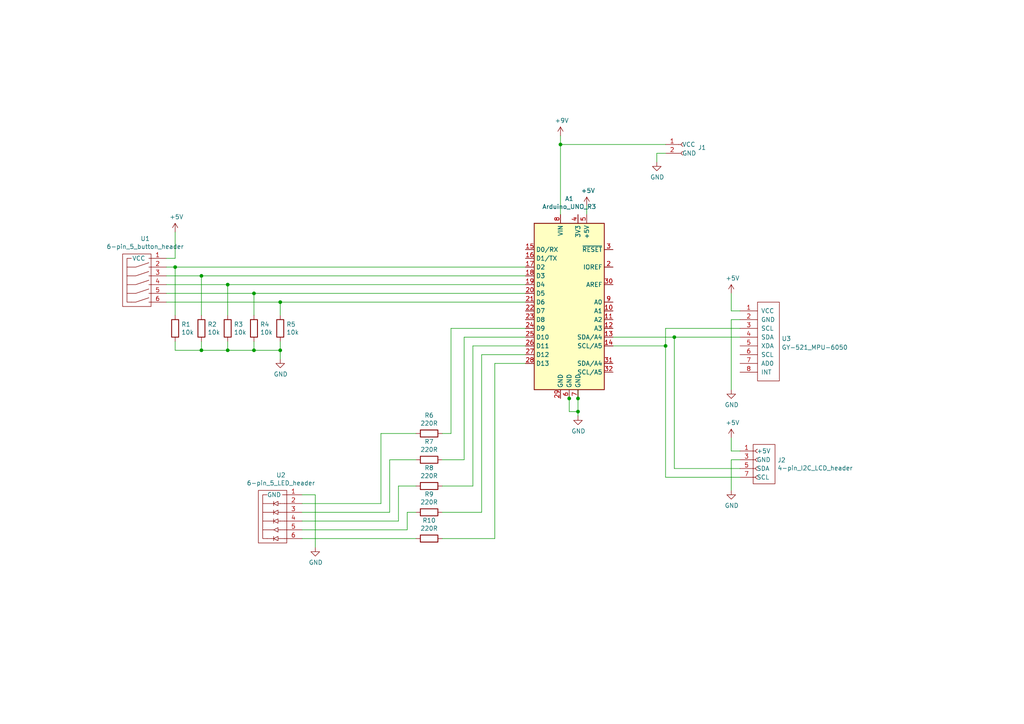
<source format=kicad_sch>
(kicad_sch (version 20230121) (generator eeschema)
  (paper "A4")
  (lib_symbols
    (symbol "Device:R" (pin_numbers hide) (pin_names (offset 0))
      (property "Reference" "R" (at 2.032 0 90))
      (property "Value" "R" (at 0 0 90))
      (symbol "R_0_1"
        (rectangle (start -1.016 -2.54) (end 1.016 2.54) (stroke (width 0.254)))
      )
      (symbol "R_1_1"
        (pin passive line (at 0 3.81 270) (length 1.27) (name "~") (number "1"))
        (pin passive line (at 0 -3.81 90) (length 1.27) (name "~") (number "2"))
      )
    )
    (symbol "MCU_Module:Arduino_UNO_R3"
      (property "Reference" "A" (at -10.16 23.495 0))
      (property "Value" "Arduino_UNO_R3" (at 5.08 -26.67 0))
      (symbol "Arduino_UNO_R3_0_1"
        (rectangle (start -10.16 22.86) (end 10.16 -25.4) (stroke (width 0.254)) (fill (type background)))
      )
      (symbol "Arduino_UNO_R3_1_1"
        (pin no_connect line (at -10.16 -20.32 0) (length 2.54) hide (name "NC") (number "1"))
        (pin bidirectional line (at 12.7 -2.54 180) (length 2.54) (name "A1") (number "10"))
        (pin bidirectional line (at 12.7 -5.08 180) (length 2.54) (name "A2") (number "11"))
        (pin bidirectional line (at 12.7 -7.62 180) (length 2.54) (name "A3") (number "12"))
        (pin bidirectional line (at 12.7 -10.16 180) (length 2.54) (name "SDA/A4") (number "13"))
        (pin bidirectional line (at 12.7 -12.7 180) (length 2.54) (name "SCL/A5") (number "14"))
        (pin bidirectional line (at -12.7 15.24 0) (length 2.54) (name "D0/RX") (number "15"))
        (pin bidirectional line (at -12.7 12.7 0) (length 2.54) (name "D1/TX") (number "16"))
        (pin bidirectional line (at -12.7 10.16 0) (length 2.54) (name "D2") (number "17"))
        (pin bidirectional line (at -12.7 7.62 0) (length 2.54) (name "D3") (number "18"))
        (pin bidirectional line (at -12.7 5.08 0) (length 2.54) (name "D4") (number "19"))
        (pin output line (at 12.7 10.16 180) (length 2.54) (name "IOREF") (number "2"))
        (pin bidirectional line (at -12.7 2.54 0) (length 2.54) (name "D5") (number "20"))
        (pin bidirectional line (at -12.7 0 0) (length 2.54) (name "D6") (number "21"))
        (pin bidirectional line (at -12.7 -2.54 0) (length 2.54) (name "D7") (number "22"))
        (pin bidirectional line (at -12.7 -5.08 0) (length 2.54) (name "D8") (number "23"))
        (pin bidirectional line (at -12.7 -7.62 0) (length 2.54) (name "D9") (number "24"))
        (pin bidirectional line (at -12.7 -10.16 0) (length 2.54) (name "D10") (number "25"))
        (pin bidirectional line (at -12.7 -12.7 0) (length 2.54) (name "D11") (number "26"))
        (pin bidirectional line (at -12.7 -15.24 0) (length 2.54) (name "D12") (number "27"))
        (pin bidirectional line (at -12.7 -17.78 0) (length 2.54) (name "D13") (number "28"))
        (pin power_in line (at -2.54 -27.94 90) (length 2.54) (name "GND") (number "29"))
        (pin input line (at 12.7 15.24 180) (length 2.54) (name "~{RESET}") (number "3"))
        (pin input line (at 12.7 5.08 180) (length 2.54) (name "AREF") (number "30"))
        (pin bidirectional line (at 12.7 -17.78 180) (length 2.54) (name "SDA/A4") (number "31"))
        (pin bidirectional line (at 12.7 -20.32 180) (length 2.54) (name "SCL/A5") (number "32"))
        (pin power_out line (at 2.54 25.4 270) (length 2.54) (name "3V3") (number "4"))
        (pin power_out line (at 5.08 25.4 270) (length 2.54) (name "+5V") (number "5"))
        (pin power_in line (at 0 -27.94 90) (length 2.54) (name "GND") (number "6"))
        (pin power_in line (at 2.54 -27.94 90) (length 2.54) (name "GND") (number "7"))
        (pin power_in line (at -2.54 25.4 270) (length 2.54) (name "VIN") (number "8"))
        (pin bidirectional line (at 12.7 0 180) (length 2.54) (name "A0") (number "9"))
      )
    )
    (symbol "My_Headers:2-pin_power_input_header" (pin_names (offset 1.016))
      (property "Reference" "J" (at 0 2.54 0))
      (symbol "2-pin_power_input_header_1_1"
        (arc (start 0 -2.032) (mid -0.5058 -2.54) (end 0 -3.048) (stroke (width 0.1524)))
        (polyline (pts (xy -1.27 -2.54) (xy -0.508 -2.54)) (stroke (width 0.1524)))
        (polyline (pts (xy -1.27 0) (xy -0.508 0)) (stroke (width 0.1524)))
        (arc (start 0 0.508) (mid -0.5058 0) (end 0 -0.508) (stroke (width 0.1524)))
        (pin power_out line (at -5.08 0 0) (length 3.81) (name "VCC") (number "1"))
        (pin power_out line (at -5.08 -2.54 0) (length 3.81) (name "GND") (number "2"))
      )
    )
    (symbol "My_Headers:4-pin_I2C_LCD_header" (pin_names (offset 1.016))
      (property "Reference" "J" (at 0 5.715 0))
      (property "Value" "4-pin_I2C_LCD_header" (at 0 -8.255 0))
      (symbol "4-pin_I2C_LCD_header_0_1"
        (rectangle (start -1.27 4.445) (end 5.08 -6.985))
      )
      (symbol "4-pin_I2C_LCD_header_1_1"
        (arc (start 0 -4.572) (mid -0.5058 -5.08) (end 0 -5.588) (stroke (width 0.1524)))
        (arc (start 0 -2.032) (mid -0.5058 -2.54) (end 0 -3.048) (stroke (width 0.1524)))
        (polyline (pts (xy -1.27 -5.08) (xy -0.508 -5.08)) (stroke (width 0.1524)))
        (polyline (pts (xy -1.27 -2.54) (xy -0.508 -2.54)) (stroke (width 0.1524)))
        (polyline (pts (xy -1.27 0) (xy -0.508 0)) (stroke (width 0.1524)))
        (polyline (pts (xy -1.27 2.54) (xy -0.508 2.54)) (stroke (width 0.1524)))
        (arc (start 0 0.508) (mid -0.5058 0) (end 0 -0.508) (stroke (width 0.1524)))
        (arc (start 0 3.048) (mid -0.5058 2.54) (end 0 2.032) (stroke (width 0.1524)))
        (pin power_in line (at -5.08 2.54 0) (length 3.81) (name "+5V") (number "1"))
        (pin power_in line (at -5.08 0 0) (length 3.81) (name "GND") (number "3"))
        (pin passive line (at -5.08 -2.54 0) (length 3.81) (name "SDA") (number "5"))
        (pin passive line (at -5.08 -5.08 0) (length 3.81) (name "SCL") (number "7"))
      )
    )
    (symbol "My_Headers:6-pin_5_LED_header" (pin_names (offset 1.016))
      (property "Reference" "U" (at 5.715 2.54 0))
      (property "Value" "6-pin_5_LED_header" (at 4.445 -15.875 0))
      (symbol "6-pin_5_LED_header_0_1"
        (polyline (pts (xy 5.08 0) (xy 5.715 0)))
        (polyline (pts (xy 6.35 -10.16) (xy 5.08 -10.16)))
        (polyline (pts (xy 6.35 -10.16) (xy 6.35 -10.16)))
        (polyline (pts (xy 6.35 -7.62) (xy 5.08 -7.62)))
        (polyline (pts (xy 6.35 -5.08) (xy 5.08 -5.08)))
        (polyline (pts (xy 6.35 -5.08) (xy 6.985 -5.08)))
        (polyline (pts (xy 6.35 -2.54) (xy 5.08 -2.54)))
        (polyline (pts (xy 6.985 -10.16) (xy 6.35 -10.16)))
        (polyline (pts (xy 6.985 -7.62) (xy 6.35 -7.62)))
        (polyline (pts (xy 6.985 -2.54) (xy 6.35 -2.54)))
        (polyline (pts (xy 8.255 -12.7) (xy 10.16 -12.7)))
        (polyline (pts (xy 8.255 -12.065) (xy 8.255 -13.335)))
        (polyline (pts (xy 8.255 -10.16) (xy 11.43 -10.16)))
        (polyline (pts (xy 8.255 -7.62) (xy 11.43 -7.62)))
        (polyline (pts (xy 8.255 -6.985) (xy 8.255 -8.255)))
        (polyline (pts (xy 8.255 -5.08) (xy 8.255 -5.715)))
        (polyline (pts (xy 8.255 -5.08) (xy 11.43 -5.08)))
        (polyline (pts (xy 8.255 -4.445) (xy 8.255 -5.08)))
        (polyline (pts (xy 8.255 -2.54) (xy 11.43 -2.54)))
        (polyline (pts (xy 8.255 -1.905) (xy 8.255 -3.175)))
        (polyline (pts (xy 6.985 -10.795) (xy 6.985 -9.525) (xy 8.255 -10.16) (xy 6.985 -10.795)))
        (polyline (pts (xy 8.255 -7.62) (xy 6.985 -6.985) (xy 6.985 -8.255) (xy 8.255 -7.62)))
        (polyline (pts (xy 8.255 -5.08) (xy 6.985 -4.445) (xy 6.985 -5.715) (xy 8.255 -5.08)))
        (polyline (pts (xy 8.255 -2.54) (xy 6.985 -3.175) (xy 6.985 -1.905) (xy 8.255 -2.54)))
        (polyline (pts (xy 10.16 0) (xy 11.43 0) (xy 11.43 -12.7) (xy 10.16 -12.7)))
        (polyline (pts (xy 4.445 -13.97) (xy 12.7 -13.97) (xy 12.7 1.27) (xy 4.445 1.27) (xy 4.445 -13.97)))
        (polyline (pts (xy 5.08 -12.7) (xy 6.985 -12.7) (xy 6.985 -12.065) (xy 8.255 -12.7) (xy 6.985 -13.335) (xy 6.985 -12.7)))
      )
      (symbol "6-pin_5_LED_header_1_1"
        (pin power_in line (at 0 0 0) (length 5.08) (name "GND") (number "1"))
        (pin input line (at 0 -2.54 0) (length 5.08) (name "~") (number "2"))
        (pin input line (at 0 -5.08 0) (length 5.08) (name "~") (number "3"))
        (pin input line (at 0 -7.62 0) (length 5.08) (name "~") (number "4"))
        (pin input line (at 0 -10.16 0) (length 5.08) (name "~") (number "5"))
        (pin input line (at 0 -12.7 0) (length 5.08) (name "~") (number "6"))
      )
    )
    (symbol "My_Headers:6-pin_5_button_header" (pin_names (offset 1.016))
      (property "Reference" "U" (at 5.715 2.54 0))
      (property "Value" "6-pin_5_button_header" (at 4.445 -15.875 0))
      (symbol "6-pin_5_button_header_0_1"
        (polyline (pts (xy 5.08 -11.43) (xy 8.89 -12.7) (xy 10.16 -12.7)))
        (polyline (pts (xy 5.08 -8.89) (xy 8.89 -10.16) (xy 11.43 -10.16)))
        (polyline (pts (xy 5.08 -6.35) (xy 8.89 -7.62) (xy 11.43 -7.62)))
        (polyline (pts (xy 5.08 -3.81) (xy 8.89 -5.08) (xy 11.43 -5.08)))
        (polyline (pts (xy 10.16 0) (xy 11.43 0) (xy 11.43 -12.7) (xy 10.16 -12.7)))
        (polyline (pts (xy 11.43 -2.54) (xy 10.16 -2.54) (xy 8.89 -2.54) (xy 5.08 -1.27)))
        (polyline (pts (xy 4.445 -13.97) (xy 12.7 -13.97) (xy 12.7 1.27) (xy 4.445 1.27) (xy 4.445 -13.97)))
      )
      (symbol "6-pin_5_button_header_1_1"
        (pin power_in line (at 0 0 0) (length 5.08) (name "VCC") (number "1"))
        (pin output line (at 0 -2.54 0) (length 5.08) (name "~") (number "2"))
        (pin output line (at 0 -5.08 0) (length 5.08) (name "~") (number "3"))
        (pin output line (at 0 -7.62 0) (length 5.08) (name "~") (number "4"))
        (pin output line (at 0 -10.16 0) (length 5.08) (name "~") (number "5"))
        (pin output line (at 0 -12.7 0) (length 5.08) (name "~") (number "6"))
      )
    )
    (symbol "My_Parts:GY-521_MPU-6050" (pin_names (offset 1.016))
      (property "Reference" "U" (at 6.35 3.81 0))
      (property "Value" "GY-521_MPU-6050" (at 10.16 6.35 0))
      (symbol "GY-521_MPU-6050_0_1"
        (rectangle (start 5.08 2.54) (end 11.43 -20.32))
      )
      (symbol "GY-521_MPU-6050_1_1"
        (pin power_in line (at 0 0 0) (length 5.08) (name "VCC") (number "1"))
        (pin power_in line (at 0 -2.54 0) (length 5.08) (name "GND") (number "2"))
        (pin bidirectional line (at 0 -5.08 0) (length 5.08) (name "SCL") (number "3"))
        (pin bidirectional line (at 0 -7.62 0) (length 5.08) (name "SDA") (number "4"))
        (pin bidirectional line (at 0 -10.16 0) (length 5.08) (name "XDA") (number "5"))
        (pin bidirectional line (at 0 -12.7 0) (length 5.08) (name "SCL") (number "6"))
        (pin bidirectional line (at 0 -15.24 0) (length 5.08) (name "AD0") (number "7"))
        (pin bidirectional line (at 0 -17.78 0) (length 5.08) (name "INT") (number "8"))
      )
    )
    (symbol "power:+5V" (power) (pin_names (offset 0))
      (property "Value" "+5V" (at 0 3.556 0))
      (symbol "+5V_0_1"
        (polyline (pts (xy -0.762 1.27) (xy 0 2.54)))
        (polyline (pts (xy 0 0) (xy 0 2.54)))
        (polyline (pts (xy 0 2.54) (xy 0.762 1.27)))
      )
      (symbol "+5V_1_1"
        (pin power_in line (at 0 0 90) (length 0) hide (name "+5V") (number "1"))
      )
    )
    (symbol "power:+9V" (power) (pin_names (offset 0))
      (property "Value" "+9V" (at 0 3.556 0))
      (symbol "+9V_0_1"
        (polyline (pts (xy -0.762 1.27) (xy 0 2.54)))
        (polyline (pts (xy 0 0) (xy 0 2.54)))
        (polyline (pts (xy 0 2.54) (xy 0.762 1.27)))
      )
      (symbol "+9V_1_1"
        (pin power_in line (at 0 0 90) (length 0) hide (name "+9V") (number "1"))
      )
    )
    (symbol "power:GND" (power) (pin_names (offset 0))
      (property "Value" "GND" (at 0 -3.81 0))
      (symbol "GND_0_1"
        (polyline (pts (xy 0 0) (xy 0 -1.27) (xy 1.27 -1.27) (xy 0 -2.54) (xy -1.27 -1.27) (xy 0 -1.27)))
      )
      (symbol "GND_1_1"
        (pin power_in line (at 0 0 270) (length 0) hide (name "GND") (number "1"))
      )
    )
  )
  (junction (at 81.28 87.63))
  (junction (at 66.04 101.6))
  (junction (at 66.04 82.55))
  (junction (at 162.56 41.91))
  (junction (at 73.66 85.09))
  (junction (at 58.42 80.01))
  (junction (at 195.58 97.79))
  (junction (at 58.42 101.6))
  (junction (at 81.28 101.6))
  (junction (at 73.66 101.6))
  (junction (at 193.04 100.33))
  (junction (at 165.1 115.57))
  (junction (at 50.8 77.47))
  (junction (at 167.64 119.38))
  (junction (at 167.64 115.57))
  (wire (pts (xy 167.64 115.57) (xy 167.64 119.38)))
  (wire (pts (xy 143.51 156.21) (xy 143.51 105.41)))
  (wire (pts (xy 81.28 101.6) (xy 81.28 104.14)))
  (wire (pts (xy 66.04 99.06) (xy 66.04 101.6)))
  (wire (pts (xy 120.65 156.21) (xy 87.63 156.21)))
  (wire (pts (xy 58.42 80.01) (xy 152.4 80.01)))
  (wire (pts (xy 214.63 95.25) (xy 193.04 95.25)))
  (wire (pts (xy 73.66 85.09) (xy 48.26 85.09)))
  (wire (pts (xy 214.63 130.81) (xy 212.09 130.81)))
  (wire (pts (xy 193.04 100.33) (xy 177.8 100.33)))
  (wire (pts (xy 162.56 39.37) (xy 162.56 41.91)))
  (wire (pts (xy 50.8 99.06) (xy 50.8 101.6)))
  (wire (pts (xy 73.66 101.6) (xy 81.28 101.6)))
  (wire (pts (xy 66.04 82.55) (xy 152.4 82.55)))
  (wire (pts (xy 214.63 138.43) (xy 193.04 138.43)))
  (wire (pts (xy 66.04 91.44) (xy 66.04 82.55)))
  (wire (pts (xy 195.58 135.89) (xy 195.58 97.79)))
  (wire (pts (xy 81.28 91.44) (xy 81.28 87.63)))
  (wire (pts (xy 134.62 133.35) (xy 134.62 97.79)))
  (wire (pts (xy 81.28 101.6) (xy 81.28 99.06)))
  (wire (pts (xy 58.42 99.06) (xy 58.42 101.6)))
  (wire (pts (xy 165.1 113.03) (xy 165.1 115.57)))
  (wire (pts (xy 167.64 119.38) (xy 167.64 120.65)))
  (wire (pts (xy 58.42 101.6) (xy 66.04 101.6)))
  (wire (pts (xy 58.42 91.44) (xy 58.42 80.01)))
  (wire (pts (xy 48.26 74.93) (xy 50.8 74.93)))
  (wire (pts (xy 48.26 82.55) (xy 66.04 82.55)))
  (wire (pts (xy 170.18 59.69) (xy 170.18 62.23)))
  (wire (pts (xy 214.63 92.71) (xy 212.09 92.71)))
  (wire (pts (xy 50.8 91.44) (xy 50.8 77.47)))
  (wire (pts (xy 128.27 156.21) (xy 143.51 156.21)))
  (wire (pts (xy 48.26 77.47) (xy 50.8 77.47)))
  (wire (pts (xy 66.04 101.6) (xy 73.66 101.6)))
  (wire (pts (xy 110.49 146.05) (xy 110.49 125.73)))
  (wire (pts (xy 118.11 148.59) (xy 120.65 148.59)))
  (wire (pts (xy 212.09 90.17) (xy 212.09 85.09)))
  (wire (pts (xy 212.09 133.35) (xy 212.09 142.24)))
  (wire (pts (xy 214.63 90.17) (xy 212.09 90.17)))
  (wire (pts (xy 113.03 133.35) (xy 120.65 133.35)))
  (wire (pts (xy 73.66 85.09) (xy 152.4 85.09)))
  (wire (pts (xy 134.62 97.79) (xy 152.4 97.79)))
  (wire (pts (xy 137.16 100.33) (xy 152.4 100.33)))
  (wire (pts (xy 87.63 148.59) (xy 113.03 148.59)))
  (wire (pts (xy 110.49 125.73) (xy 120.65 125.73)))
  (wire (pts (xy 128.27 133.35) (xy 134.62 133.35)))
  (wire (pts (xy 165.1 119.38) (xy 167.64 119.38)))
  (wire (pts (xy 87.63 146.05) (xy 110.49 146.05)))
  (wire (pts (xy 195.58 97.79) (xy 177.8 97.79)))
  (wire (pts (xy 73.66 91.44) (xy 73.66 85.09)))
  (wire (pts (xy 190.5 44.45) (xy 190.5 46.99)))
  (wire (pts (xy 130.81 125.73) (xy 130.81 95.25)))
  (wire (pts (xy 87.63 151.13) (xy 115.57 151.13)))
  (wire (pts (xy 50.8 77.47) (xy 152.4 77.47)))
  (wire (pts (xy 73.66 99.06) (xy 73.66 101.6)))
  (wire (pts (xy 212.09 92.71) (xy 212.09 113.03)))
  (wire (pts (xy 50.8 101.6) (xy 58.42 101.6)))
  (wire (pts (xy 214.63 133.35) (xy 212.09 133.35)))
  (wire (pts (xy 143.51 105.41) (xy 152.4 105.41)))
  (wire (pts (xy 130.81 95.25) (xy 152.4 95.25)))
  (wire (pts (xy 48.26 80.01) (xy 58.42 80.01)))
  (wire (pts (xy 139.7 148.59) (xy 139.7 102.87)))
  (wire (pts (xy 139.7 102.87) (xy 152.4 102.87)))
  (wire (pts (xy 128.27 140.97) (xy 137.16 140.97)))
  (wire (pts (xy 50.8 74.93) (xy 50.8 67.31)))
  (wire (pts (xy 193.04 95.25) (xy 193.04 100.33)))
  (wire (pts (xy 193.04 41.91) (xy 162.56 41.91)))
  (wire (pts (xy 87.63 143.51) (xy 91.44 143.51)))
  (wire (pts (xy 165.1 115.57) (xy 165.1 119.38)))
  (wire (pts (xy 167.64 113.03) (xy 167.64 115.57)))
  (wire (pts (xy 113.03 148.59) (xy 113.03 133.35)))
  (wire (pts (xy 118.11 153.67) (xy 118.11 148.59)))
  (wire (pts (xy 214.63 135.89) (xy 195.58 135.89)))
  (wire (pts (xy 193.04 44.45) (xy 190.5 44.45)))
  (wire (pts (xy 137.16 140.97) (xy 137.16 100.33)))
  (wire (pts (xy 81.28 87.63) (xy 152.4 87.63)))
  (wire (pts (xy 193.04 138.43) (xy 193.04 100.33)))
  (wire (pts (xy 128.27 148.59) (xy 139.7 148.59)))
  (wire (pts (xy 214.63 97.79) (xy 195.58 97.79)))
  (wire (pts (xy 212.09 130.81) (xy 212.09 127)))
  (wire (pts (xy 87.63 153.67) (xy 118.11 153.67)))
  (wire (pts (xy 115.57 151.13) (xy 115.57 140.97)))
  (wire (pts (xy 162.56 41.91) (xy 162.56 62.23)))
  (wire (pts (xy 91.44 143.51) (xy 91.44 158.75)))
  (wire (pts (xy 128.27 125.73) (xy 130.81 125.73)))
  (wire (pts (xy 48.26 87.63) (xy 81.28 87.63)))
  (wire (pts (xy 115.57 140.97) (xy 120.65 140.97)))
  (symbol (lib_id "power:GND") (at 167.64 120.65 0) (unit 1)
    (property "Reference" "#PWR05" (effects hide))
    (property "Value" "GND" (at 167.767 125.0442 0))
  )
  (symbol (lib_id "power:GND") (at 212.09 113.03 0) (unit 1)
    (property "Reference" "#PWR09" (effects hide))
    (property "Value" "GND" (at 212.217 117.4242 0))
  )
  (symbol (lib_id "power:+5V") (at 212.09 85.09 0) (unit 1)
    (property "Reference" "#PWR08" (effects hide))
    (property "Value" "+5V" (at 212.471 80.6958 0))
  )
  (symbol (lib_id "power:+5V") (at 170.18 59.69 0) (unit 1)
    (property "Reference" "#PWR06" (effects hide))
    (property "Value" "+5V" (at 170.561 55.2958 0))
  )
  (symbol (lib_id "My_Headers:2-pin_power_input_header") (at 198.12 41.91 0) (unit 1)
    (property "Reference" "J1" (at 202.4126 42.799 0) (effects (justify left)))
    (property "Value" "2-pin_power_input_header" (effects hide))
    (property "Footprint" "My_Headers:2-pin_power_input_header_larger_pads" (effects hide))
  )
  (symbol (lib_id "power:+9V") (at 162.56 39.37 0) (unit 1)
    (property "Reference" "#PWR04" (effects hide))
    (property "Value" "+9V" (at 162.941 34.9758 0))
  )
  (symbol (lib_id "power:GND") (at 190.5 46.99 0) (unit 1)
    (property "Reference" "#PWR07" (effects hide))
    (property "Value" "GND" (at 190.627 51.3842 0))
  )
  (symbol (lib_id "My_Headers:4-pin_I2C_LCD_header") (at 219.71 133.35 0) (unit 1)
    (property "Reference" "J2" (at 225.5012 133.4516 0) (effects (justify left)))
    (property "Value" "4-pin_I2C_LCD_header" (at 225.5012 135.763 0) (effects (justify left)))
    (property "Footprint" "My_Headers:4-pin_I2C_LCD_header_larger" (effects hide))
  )
  (symbol (lib_id "power:+5V") (at 212.09 127 0) (unit 1)
    (property "Reference" "#PWR010" (effects hide))
    (property "Value" "+5V" (at 212.471 122.6058 0))
  )
  (symbol (lib_id "power:GND") (at 212.09 142.24 0) (unit 1)
    (property "Reference" "#PWR011" (effects hide))
    (property "Value" "GND" (at 212.217 146.6342 0))
  )
  (symbol (lib_id "My_Headers:6-pin_5_button_header") (at 48.26 74.93 0) (mirror y) (unit 1)
    (property "Reference" "U1" (at 42.1132 69.215 0))
    (property "Value" "6-pin_5_button_header" (at 42.1132 71.5264 0))
    (property "Footprint" "My_Headers:6-pin_5_switch_header_large" (effects hide))
  )
  (symbol (lib_id "power:+5V") (at 50.8 67.31 0) (unit 1)
    (property "Reference" "#PWR01" (effects hide))
    (property "Value" "+5V" (at 51.181 62.9158 0))
  )
  (symbol (lib_id "Device:R") (at 50.8 95.25 0) (unit 1)
    (property "Reference" "R1" (at 52.578 94.0816 0) (effects (justify left)))
    (property "Value" "10k" (at 52.578 96.393 0) (effects (justify left)))
    (property "Footprint" "My_Misc:R_Axial_DIN0207_L6.3mm_D2.5mm_P10.16mm_Horizontal_larger_pads" (effects hide))
  )
  (symbol (lib_id "Device:R") (at 58.42 95.25 0) (unit 1)
    (property "Reference" "R2" (at 60.198 94.0816 0) (effects (justify left)))
    (property "Value" "10k" (at 60.198 96.393 0) (effects (justify left)))
    (property "Footprint" "My_Misc:R_Axial_DIN0207_L6.3mm_D2.5mm_P10.16mm_Horizontal_larger_pads" (effects hide))
  )
  (symbol (lib_id "Device:R") (at 66.04 95.25 0) (unit 1)
    (property "Reference" "R3" (at 67.818 94.0816 0) (effects (justify left)))
    (property "Value" "10k" (at 67.818 96.393 0) (effects (justify left)))
    (property "Footprint" "My_Misc:R_Axial_DIN0207_L6.3mm_D2.5mm_P10.16mm_Horizontal_larger_pads" (effects hide))
  )
  (symbol (lib_id "Device:R") (at 73.66 95.25 0) (unit 1)
    (property "Reference" "R4" (at 75.438 94.0816 0) (effects (justify left)))
    (property "Value" "10k" (at 75.438 96.393 0) (effects (justify left)))
    (property "Footprint" "My_Misc:R_Axial_DIN0207_L6.3mm_D2.5mm_P10.16mm_Horizontal_larger_pads" (effects hide))
  )
  (symbol (lib_id "Device:R") (at 81.28 95.25 0) (unit 1)
    (property "Reference" "R5" (at 83.058 94.0816 0) (effects (justify left)))
    (property "Value" "10k" (at 83.058 96.393 0) (effects (justify left)))
    (property "Footprint" "My_Misc:R_Axial_DIN0207_L6.3mm_D2.5mm_P10.16mm_Horizontal_larger_pads" (effects hide))
  )
  (symbol (lib_id "power:GND") (at 81.28 104.14 0) (unit 1)
    (property "Reference" "#PWR02" (effects hide))
    (property "Value" "GND" (at 81.407 108.5342 0))
  )
  (symbol (lib_id "My_Headers:6-pin_5_LED_header") (at 87.63 143.51 0) (mirror y) (unit 1)
    (property "Reference" "U2" (at 81.4832 137.795 0))
    (property "Value" "6-pin_5_LED_header" (at 81.4832 140.1064 0))
    (property "Footprint" "My_Headers:6-pin_5_LED_header_large" (effects hide))
  )
  (symbol (lib_id "power:GND") (at 91.44 158.75 0) (unit 1)
    (property "Reference" "#PWR03" (effects hide))
    (property "Value" "GND" (at 91.567 163.1442 0))
  )
  (symbol (lib_id "Device:R") (at 124.46 125.73 270) (unit 1)
    (property "Reference" "R6" (at 124.46 120.4722 90))
    (property "Value" "220R" (at 124.46 122.7836 90))
    (property "Footprint" "My_Misc:R_Axial_DIN0207_L6.3mm_D2.5mm_P10.16mm_Horizontal_larger_pads" (effects hide))
  )
  (symbol (lib_id "Device:R") (at 124.46 133.35 270) (unit 1)
    (property "Reference" "R7" (at 124.46 128.0922 90))
    (property "Value" "220R" (at 124.46 130.4036 90))
    (property "Footprint" "My_Misc:R_Axial_DIN0207_L6.3mm_D2.5mm_P10.16mm_Horizontal_larger_pads" (effects hide))
  )
  (symbol (lib_id "Device:R") (at 124.46 140.97 270) (unit 1)
    (property "Reference" "R8" (at 124.46 135.7122 90))
    (property "Value" "220R" (at 124.46 138.0236 90))
    (property "Footprint" "My_Misc:R_Axial_DIN0207_L6.3mm_D2.5mm_P10.16mm_Horizontal_larger_pads" (effects hide))
  )
  (symbol (lib_id "Device:R") (at 124.46 148.59 270) (unit 1)
    (property "Reference" "R9" (at 124.46 143.3322 90))
    (property "Value" "220R" (at 124.46 145.6436 90))
    (property "Footprint" "My_Misc:R_Axial_DIN0207_L6.3mm_D2.5mm_P10.16mm_Horizontal_larger_pads" (effects hide))
  )
  (symbol (lib_id "Device:R") (at 124.46 156.21 270) (unit 1)
    (property "Reference" "R10" (at 124.46 150.9522 90))
    (property "Value" "220R" (at 124.46 153.2636 90))
    (property "Footprint" "My_Misc:R_Axial_DIN0207_L6.3mm_D2.5mm_P10.16mm_Horizontal_larger_pads" (effects hide))
  )
  (symbol (lib_id "MCU_Module:Arduino_UNO_R3") (at 165.1 87.63 0) (unit 1)
    (property "Reference" "A1" (at 165.1 57.6326 0))
    (property "Value" "Arduino_UNO_R3" (at 165.1 59.944 0))
    (property "Footprint" "My_Arduino:Arduino_UNO_R3_shield_large" (effects hide))
    (property "Datasheet" "https://www.arduino.cc/en/Main/arduinoBoardUno" (effects hide))
  )
  (symbol (lib_id "My_Parts:GY-521_MPU-6050") (at 214.63 90.17 0) (unit 1)
    (property "Reference" "U3" (at 226.695 98.2253 0) (effects (justify left)))
    (property "Value" "GY-521_MPU-6050" (at 226.695 100.7622 0) (effects (justify left)))
  )
)
</source>
